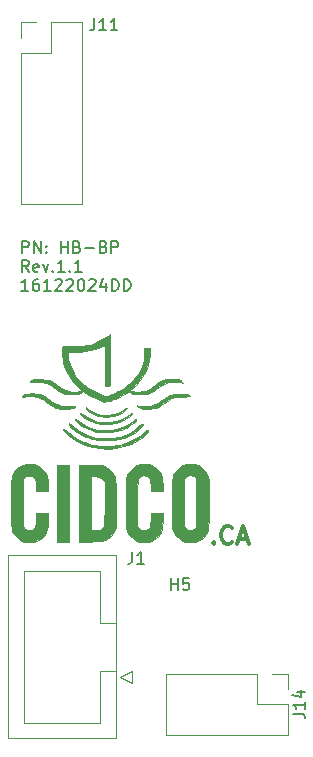
<source format=gbr>
%TF.GenerationSoftware,KiCad,Pcbnew,8.0.6*%
%TF.CreationDate,2025-02-12T13:49:43-05:00*%
%TF.ProjectId,PwrBypass,50777242-7970-4617-9373-2e6b69636164,rev?*%
%TF.SameCoordinates,Original*%
%TF.FileFunction,Legend,Top*%
%TF.FilePolarity,Positive*%
%FSLAX46Y46*%
G04 Gerber Fmt 4.6, Leading zero omitted, Abs format (unit mm)*
G04 Created by KiCad (PCBNEW 8.0.6) date 2025-02-12 13:49:43*
%MOMM*%
%LPD*%
G01*
G04 APERTURE LIST*
%ADD10C,0.150000*%
%ADD11C,0.300000*%
%ADD12C,0.010000*%
%ADD13C,0.120000*%
G04 APERTURE END LIST*
D10*
X102836779Y-61149931D02*
X102836779Y-60149931D01*
X102836779Y-60149931D02*
X103217731Y-60149931D01*
X103217731Y-60149931D02*
X103312969Y-60197550D01*
X103312969Y-60197550D02*
X103360588Y-60245169D01*
X103360588Y-60245169D02*
X103408207Y-60340407D01*
X103408207Y-60340407D02*
X103408207Y-60483264D01*
X103408207Y-60483264D02*
X103360588Y-60578502D01*
X103360588Y-60578502D02*
X103312969Y-60626121D01*
X103312969Y-60626121D02*
X103217731Y-60673740D01*
X103217731Y-60673740D02*
X102836779Y-60673740D01*
X103836779Y-61149931D02*
X103836779Y-60149931D01*
X103836779Y-60149931D02*
X104408207Y-61149931D01*
X104408207Y-61149931D02*
X104408207Y-60149931D01*
X104884398Y-61054692D02*
X104932017Y-61102312D01*
X104932017Y-61102312D02*
X104884398Y-61149931D01*
X104884398Y-61149931D02*
X104836779Y-61102312D01*
X104836779Y-61102312D02*
X104884398Y-61054692D01*
X104884398Y-61054692D02*
X104884398Y-61149931D01*
X104884398Y-60530883D02*
X104932017Y-60578502D01*
X104932017Y-60578502D02*
X104884398Y-60626121D01*
X104884398Y-60626121D02*
X104836779Y-60578502D01*
X104836779Y-60578502D02*
X104884398Y-60530883D01*
X104884398Y-60530883D02*
X104884398Y-60626121D01*
X106122493Y-61149931D02*
X106122493Y-60149931D01*
X106122493Y-60626121D02*
X106693921Y-60626121D01*
X106693921Y-61149931D02*
X106693921Y-60149931D01*
X107503445Y-60626121D02*
X107646302Y-60673740D01*
X107646302Y-60673740D02*
X107693921Y-60721359D01*
X107693921Y-60721359D02*
X107741540Y-60816597D01*
X107741540Y-60816597D02*
X107741540Y-60959454D01*
X107741540Y-60959454D02*
X107693921Y-61054692D01*
X107693921Y-61054692D02*
X107646302Y-61102312D01*
X107646302Y-61102312D02*
X107551064Y-61149931D01*
X107551064Y-61149931D02*
X107170112Y-61149931D01*
X107170112Y-61149931D02*
X107170112Y-60149931D01*
X107170112Y-60149931D02*
X107503445Y-60149931D01*
X107503445Y-60149931D02*
X107598683Y-60197550D01*
X107598683Y-60197550D02*
X107646302Y-60245169D01*
X107646302Y-60245169D02*
X107693921Y-60340407D01*
X107693921Y-60340407D02*
X107693921Y-60435645D01*
X107693921Y-60435645D02*
X107646302Y-60530883D01*
X107646302Y-60530883D02*
X107598683Y-60578502D01*
X107598683Y-60578502D02*
X107503445Y-60626121D01*
X107503445Y-60626121D02*
X107170112Y-60626121D01*
X108170112Y-60768978D02*
X108932017Y-60768978D01*
X109741540Y-60626121D02*
X109884397Y-60673740D01*
X109884397Y-60673740D02*
X109932016Y-60721359D01*
X109932016Y-60721359D02*
X109979635Y-60816597D01*
X109979635Y-60816597D02*
X109979635Y-60959454D01*
X109979635Y-60959454D02*
X109932016Y-61054692D01*
X109932016Y-61054692D02*
X109884397Y-61102312D01*
X109884397Y-61102312D02*
X109789159Y-61149931D01*
X109789159Y-61149931D02*
X109408207Y-61149931D01*
X109408207Y-61149931D02*
X109408207Y-60149931D01*
X109408207Y-60149931D02*
X109741540Y-60149931D01*
X109741540Y-60149931D02*
X109836778Y-60197550D01*
X109836778Y-60197550D02*
X109884397Y-60245169D01*
X109884397Y-60245169D02*
X109932016Y-60340407D01*
X109932016Y-60340407D02*
X109932016Y-60435645D01*
X109932016Y-60435645D02*
X109884397Y-60530883D01*
X109884397Y-60530883D02*
X109836778Y-60578502D01*
X109836778Y-60578502D02*
X109741540Y-60626121D01*
X109741540Y-60626121D02*
X109408207Y-60626121D01*
X110408207Y-61149931D02*
X110408207Y-60149931D01*
X110408207Y-60149931D02*
X110789159Y-60149931D01*
X110789159Y-60149931D02*
X110884397Y-60197550D01*
X110884397Y-60197550D02*
X110932016Y-60245169D01*
X110932016Y-60245169D02*
X110979635Y-60340407D01*
X110979635Y-60340407D02*
X110979635Y-60483264D01*
X110979635Y-60483264D02*
X110932016Y-60578502D01*
X110932016Y-60578502D02*
X110884397Y-60626121D01*
X110884397Y-60626121D02*
X110789159Y-60673740D01*
X110789159Y-60673740D02*
X110408207Y-60673740D01*
X103408207Y-62759875D02*
X103074874Y-62283684D01*
X102836779Y-62759875D02*
X102836779Y-61759875D01*
X102836779Y-61759875D02*
X103217731Y-61759875D01*
X103217731Y-61759875D02*
X103312969Y-61807494D01*
X103312969Y-61807494D02*
X103360588Y-61855113D01*
X103360588Y-61855113D02*
X103408207Y-61950351D01*
X103408207Y-61950351D02*
X103408207Y-62093208D01*
X103408207Y-62093208D02*
X103360588Y-62188446D01*
X103360588Y-62188446D02*
X103312969Y-62236065D01*
X103312969Y-62236065D02*
X103217731Y-62283684D01*
X103217731Y-62283684D02*
X102836779Y-62283684D01*
X104217731Y-62712256D02*
X104122493Y-62759875D01*
X104122493Y-62759875D02*
X103932017Y-62759875D01*
X103932017Y-62759875D02*
X103836779Y-62712256D01*
X103836779Y-62712256D02*
X103789160Y-62617017D01*
X103789160Y-62617017D02*
X103789160Y-62236065D01*
X103789160Y-62236065D02*
X103836779Y-62140827D01*
X103836779Y-62140827D02*
X103932017Y-62093208D01*
X103932017Y-62093208D02*
X104122493Y-62093208D01*
X104122493Y-62093208D02*
X104217731Y-62140827D01*
X104217731Y-62140827D02*
X104265350Y-62236065D01*
X104265350Y-62236065D02*
X104265350Y-62331303D01*
X104265350Y-62331303D02*
X103789160Y-62426541D01*
X104598684Y-62093208D02*
X104836779Y-62759875D01*
X104836779Y-62759875D02*
X105074874Y-62093208D01*
X105455827Y-62664636D02*
X105503446Y-62712256D01*
X105503446Y-62712256D02*
X105455827Y-62759875D01*
X105455827Y-62759875D02*
X105408208Y-62712256D01*
X105408208Y-62712256D02*
X105455827Y-62664636D01*
X105455827Y-62664636D02*
X105455827Y-62759875D01*
X106455826Y-62759875D02*
X105884398Y-62759875D01*
X106170112Y-62759875D02*
X106170112Y-61759875D01*
X106170112Y-61759875D02*
X106074874Y-61902732D01*
X106074874Y-61902732D02*
X105979636Y-61997970D01*
X105979636Y-61997970D02*
X105884398Y-62045589D01*
X106884398Y-62664636D02*
X106932017Y-62712256D01*
X106932017Y-62712256D02*
X106884398Y-62759875D01*
X106884398Y-62759875D02*
X106836779Y-62712256D01*
X106836779Y-62712256D02*
X106884398Y-62664636D01*
X106884398Y-62664636D02*
X106884398Y-62759875D01*
X107884397Y-62759875D02*
X107312969Y-62759875D01*
X107598683Y-62759875D02*
X107598683Y-61759875D01*
X107598683Y-61759875D02*
X107503445Y-61902732D01*
X107503445Y-61902732D02*
X107408207Y-61997970D01*
X107408207Y-61997970D02*
X107312969Y-62045589D01*
X103360588Y-64369819D02*
X102789160Y-64369819D01*
X103074874Y-64369819D02*
X103074874Y-63369819D01*
X103074874Y-63369819D02*
X102979636Y-63512676D01*
X102979636Y-63512676D02*
X102884398Y-63607914D01*
X102884398Y-63607914D02*
X102789160Y-63655533D01*
X104217731Y-63369819D02*
X104027255Y-63369819D01*
X104027255Y-63369819D02*
X103932017Y-63417438D01*
X103932017Y-63417438D02*
X103884398Y-63465057D01*
X103884398Y-63465057D02*
X103789160Y-63607914D01*
X103789160Y-63607914D02*
X103741541Y-63798390D01*
X103741541Y-63798390D02*
X103741541Y-64179342D01*
X103741541Y-64179342D02*
X103789160Y-64274580D01*
X103789160Y-64274580D02*
X103836779Y-64322200D01*
X103836779Y-64322200D02*
X103932017Y-64369819D01*
X103932017Y-64369819D02*
X104122493Y-64369819D01*
X104122493Y-64369819D02*
X104217731Y-64322200D01*
X104217731Y-64322200D02*
X104265350Y-64274580D01*
X104265350Y-64274580D02*
X104312969Y-64179342D01*
X104312969Y-64179342D02*
X104312969Y-63941247D01*
X104312969Y-63941247D02*
X104265350Y-63846009D01*
X104265350Y-63846009D02*
X104217731Y-63798390D01*
X104217731Y-63798390D02*
X104122493Y-63750771D01*
X104122493Y-63750771D02*
X103932017Y-63750771D01*
X103932017Y-63750771D02*
X103836779Y-63798390D01*
X103836779Y-63798390D02*
X103789160Y-63846009D01*
X103789160Y-63846009D02*
X103741541Y-63941247D01*
X105265350Y-64369819D02*
X104693922Y-64369819D01*
X104979636Y-64369819D02*
X104979636Y-63369819D01*
X104979636Y-63369819D02*
X104884398Y-63512676D01*
X104884398Y-63512676D02*
X104789160Y-63607914D01*
X104789160Y-63607914D02*
X104693922Y-63655533D01*
X105646303Y-63465057D02*
X105693922Y-63417438D01*
X105693922Y-63417438D02*
X105789160Y-63369819D01*
X105789160Y-63369819D02*
X106027255Y-63369819D01*
X106027255Y-63369819D02*
X106122493Y-63417438D01*
X106122493Y-63417438D02*
X106170112Y-63465057D01*
X106170112Y-63465057D02*
X106217731Y-63560295D01*
X106217731Y-63560295D02*
X106217731Y-63655533D01*
X106217731Y-63655533D02*
X106170112Y-63798390D01*
X106170112Y-63798390D02*
X105598684Y-64369819D01*
X105598684Y-64369819D02*
X106217731Y-64369819D01*
X106598684Y-63465057D02*
X106646303Y-63417438D01*
X106646303Y-63417438D02*
X106741541Y-63369819D01*
X106741541Y-63369819D02*
X106979636Y-63369819D01*
X106979636Y-63369819D02*
X107074874Y-63417438D01*
X107074874Y-63417438D02*
X107122493Y-63465057D01*
X107122493Y-63465057D02*
X107170112Y-63560295D01*
X107170112Y-63560295D02*
X107170112Y-63655533D01*
X107170112Y-63655533D02*
X107122493Y-63798390D01*
X107122493Y-63798390D02*
X106551065Y-64369819D01*
X106551065Y-64369819D02*
X107170112Y-64369819D01*
X107789160Y-63369819D02*
X107884398Y-63369819D01*
X107884398Y-63369819D02*
X107979636Y-63417438D01*
X107979636Y-63417438D02*
X108027255Y-63465057D01*
X108027255Y-63465057D02*
X108074874Y-63560295D01*
X108074874Y-63560295D02*
X108122493Y-63750771D01*
X108122493Y-63750771D02*
X108122493Y-63988866D01*
X108122493Y-63988866D02*
X108074874Y-64179342D01*
X108074874Y-64179342D02*
X108027255Y-64274580D01*
X108027255Y-64274580D02*
X107979636Y-64322200D01*
X107979636Y-64322200D02*
X107884398Y-64369819D01*
X107884398Y-64369819D02*
X107789160Y-64369819D01*
X107789160Y-64369819D02*
X107693922Y-64322200D01*
X107693922Y-64322200D02*
X107646303Y-64274580D01*
X107646303Y-64274580D02*
X107598684Y-64179342D01*
X107598684Y-64179342D02*
X107551065Y-63988866D01*
X107551065Y-63988866D02*
X107551065Y-63750771D01*
X107551065Y-63750771D02*
X107598684Y-63560295D01*
X107598684Y-63560295D02*
X107646303Y-63465057D01*
X107646303Y-63465057D02*
X107693922Y-63417438D01*
X107693922Y-63417438D02*
X107789160Y-63369819D01*
X108503446Y-63465057D02*
X108551065Y-63417438D01*
X108551065Y-63417438D02*
X108646303Y-63369819D01*
X108646303Y-63369819D02*
X108884398Y-63369819D01*
X108884398Y-63369819D02*
X108979636Y-63417438D01*
X108979636Y-63417438D02*
X109027255Y-63465057D01*
X109027255Y-63465057D02*
X109074874Y-63560295D01*
X109074874Y-63560295D02*
X109074874Y-63655533D01*
X109074874Y-63655533D02*
X109027255Y-63798390D01*
X109027255Y-63798390D02*
X108455827Y-64369819D01*
X108455827Y-64369819D02*
X109074874Y-64369819D01*
X109932017Y-63703152D02*
X109932017Y-64369819D01*
X109693922Y-63322200D02*
X109455827Y-64036485D01*
X109455827Y-64036485D02*
X110074874Y-64036485D01*
X110455827Y-64369819D02*
X110455827Y-63369819D01*
X110455827Y-63369819D02*
X110693922Y-63369819D01*
X110693922Y-63369819D02*
X110836779Y-63417438D01*
X110836779Y-63417438D02*
X110932017Y-63512676D01*
X110932017Y-63512676D02*
X110979636Y-63607914D01*
X110979636Y-63607914D02*
X111027255Y-63798390D01*
X111027255Y-63798390D02*
X111027255Y-63941247D01*
X111027255Y-63941247D02*
X110979636Y-64131723D01*
X110979636Y-64131723D02*
X110932017Y-64226961D01*
X110932017Y-64226961D02*
X110836779Y-64322200D01*
X110836779Y-64322200D02*
X110693922Y-64369819D01*
X110693922Y-64369819D02*
X110455827Y-64369819D01*
X111455827Y-64369819D02*
X111455827Y-63369819D01*
X111455827Y-63369819D02*
X111693922Y-63369819D01*
X111693922Y-63369819D02*
X111836779Y-63417438D01*
X111836779Y-63417438D02*
X111932017Y-63512676D01*
X111932017Y-63512676D02*
X111979636Y-63607914D01*
X111979636Y-63607914D02*
X112027255Y-63798390D01*
X112027255Y-63798390D02*
X112027255Y-63941247D01*
X112027255Y-63941247D02*
X111979636Y-64131723D01*
X111979636Y-64131723D02*
X111932017Y-64226961D01*
X111932017Y-64226961D02*
X111836779Y-64322200D01*
X111836779Y-64322200D02*
X111693922Y-64369819D01*
X111693922Y-64369819D02*
X111455827Y-64369819D01*
D11*
X119054510Y-85657971D02*
X119125939Y-85729400D01*
X119125939Y-85729400D02*
X119054510Y-85800828D01*
X119054510Y-85800828D02*
X118983082Y-85729400D01*
X118983082Y-85729400D02*
X119054510Y-85657971D01*
X119054510Y-85657971D02*
X119054510Y-85800828D01*
X120625939Y-85657971D02*
X120554511Y-85729400D01*
X120554511Y-85729400D02*
X120340225Y-85800828D01*
X120340225Y-85800828D02*
X120197368Y-85800828D01*
X120197368Y-85800828D02*
X119983082Y-85729400D01*
X119983082Y-85729400D02*
X119840225Y-85586542D01*
X119840225Y-85586542D02*
X119768796Y-85443685D01*
X119768796Y-85443685D02*
X119697368Y-85157971D01*
X119697368Y-85157971D02*
X119697368Y-84943685D01*
X119697368Y-84943685D02*
X119768796Y-84657971D01*
X119768796Y-84657971D02*
X119840225Y-84515114D01*
X119840225Y-84515114D02*
X119983082Y-84372257D01*
X119983082Y-84372257D02*
X120197368Y-84300828D01*
X120197368Y-84300828D02*
X120340225Y-84300828D01*
X120340225Y-84300828D02*
X120554511Y-84372257D01*
X120554511Y-84372257D02*
X120625939Y-84443685D01*
X121197368Y-85372257D02*
X121911654Y-85372257D01*
X121054511Y-85800828D02*
X121554511Y-84300828D01*
X121554511Y-84300828D02*
X122054511Y-85800828D01*
D10*
X125784819Y-100179523D02*
X126499104Y-100179523D01*
X126499104Y-100179523D02*
X126641961Y-100227142D01*
X126641961Y-100227142D02*
X126737200Y-100322380D01*
X126737200Y-100322380D02*
X126784819Y-100465237D01*
X126784819Y-100465237D02*
X126784819Y-100560475D01*
X126784819Y-99179523D02*
X126784819Y-99750951D01*
X126784819Y-99465237D02*
X125784819Y-99465237D01*
X125784819Y-99465237D02*
X125927676Y-99560475D01*
X125927676Y-99560475D02*
X126022914Y-99655713D01*
X126022914Y-99655713D02*
X126070533Y-99750951D01*
X126118152Y-98322380D02*
X126784819Y-98322380D01*
X125737200Y-98560475D02*
X126451485Y-98798570D01*
X126451485Y-98798570D02*
X126451485Y-98179523D01*
X108965476Y-41304819D02*
X108965476Y-42019104D01*
X108965476Y-42019104D02*
X108917857Y-42161961D01*
X108917857Y-42161961D02*
X108822619Y-42257200D01*
X108822619Y-42257200D02*
X108679762Y-42304819D01*
X108679762Y-42304819D02*
X108584524Y-42304819D01*
X109965476Y-42304819D02*
X109394048Y-42304819D01*
X109679762Y-42304819D02*
X109679762Y-41304819D01*
X109679762Y-41304819D02*
X109584524Y-41447676D01*
X109584524Y-41447676D02*
X109489286Y-41542914D01*
X109489286Y-41542914D02*
X109394048Y-41590533D01*
X110917857Y-42304819D02*
X110346429Y-42304819D01*
X110632143Y-42304819D02*
X110632143Y-41304819D01*
X110632143Y-41304819D02*
X110536905Y-41447676D01*
X110536905Y-41447676D02*
X110441667Y-41542914D01*
X110441667Y-41542914D02*
X110346429Y-41590533D01*
X115438095Y-89684819D02*
X115438095Y-88684819D01*
X115438095Y-89161009D02*
X116009523Y-89161009D01*
X116009523Y-89684819D02*
X116009523Y-88684819D01*
X116961904Y-88684819D02*
X116485714Y-88684819D01*
X116485714Y-88684819D02*
X116438095Y-89161009D01*
X116438095Y-89161009D02*
X116485714Y-89113390D01*
X116485714Y-89113390D02*
X116580952Y-89065771D01*
X116580952Y-89065771D02*
X116819047Y-89065771D01*
X116819047Y-89065771D02*
X116914285Y-89113390D01*
X116914285Y-89113390D02*
X116961904Y-89161009D01*
X116961904Y-89161009D02*
X117009523Y-89256247D01*
X117009523Y-89256247D02*
X117009523Y-89494342D01*
X117009523Y-89494342D02*
X116961904Y-89589580D01*
X116961904Y-89589580D02*
X116914285Y-89637200D01*
X116914285Y-89637200D02*
X116819047Y-89684819D01*
X116819047Y-89684819D02*
X116580952Y-89684819D01*
X116580952Y-89684819D02*
X116485714Y-89637200D01*
X116485714Y-89637200D02*
X116438095Y-89589580D01*
X112166666Y-86454819D02*
X112166666Y-87169104D01*
X112166666Y-87169104D02*
X112119047Y-87311961D01*
X112119047Y-87311961D02*
X112023809Y-87407200D01*
X112023809Y-87407200D02*
X111880952Y-87454819D01*
X111880952Y-87454819D02*
X111785714Y-87454819D01*
X113166666Y-87454819D02*
X112595238Y-87454819D01*
X112880952Y-87454819D02*
X112880952Y-86454819D01*
X112880952Y-86454819D02*
X112785714Y-86597676D01*
X112785714Y-86597676D02*
X112690476Y-86692914D01*
X112690476Y-86692914D02*
X112595238Y-86740533D01*
D12*
%TO.C,logo1*%
X106842400Y-85593200D02*
X105826400Y-85593200D01*
X105826400Y-79090800D01*
X106842400Y-79090800D01*
X106842400Y-85593200D01*
G36*
X106842400Y-85593200D02*
G01*
X105826400Y-85593200D01*
X105826400Y-79090800D01*
X106842400Y-79090800D01*
X106842400Y-85593200D01*
G37*
X107910234Y-74756364D02*
X107979798Y-74811867D01*
X108368862Y-75088741D01*
X108815716Y-75296353D01*
X109302257Y-75432986D01*
X109810380Y-75496927D01*
X110321983Y-75486458D01*
X110818962Y-75399866D01*
X111283212Y-75235435D01*
X111465200Y-75142116D01*
X111649694Y-75026757D01*
X111842833Y-74890395D01*
X111906314Y-74841149D01*
X112054696Y-74739280D01*
X112142620Y-74711492D01*
X112165176Y-74746799D01*
X112117456Y-74834213D01*
X111994553Y-74962747D01*
X111970197Y-74984147D01*
X111601817Y-75240274D01*
X111166550Y-75440155D01*
X110685582Y-75578197D01*
X110180099Y-75648811D01*
X109671284Y-75646406D01*
X109520733Y-75630555D01*
X109115833Y-75549700D01*
X108715570Y-75418473D01*
X108345528Y-75248243D01*
X108031294Y-75050378D01*
X107841534Y-74884327D01*
X107754410Y-74769706D01*
X107745756Y-74705489D01*
X107802166Y-74698700D01*
X107910234Y-74756364D01*
G36*
X107910234Y-74756364D02*
G01*
X107979798Y-74811867D01*
X108368862Y-75088741D01*
X108815716Y-75296353D01*
X109302257Y-75432986D01*
X109810380Y-75496927D01*
X110321983Y-75486458D01*
X110818962Y-75399866D01*
X111283212Y-75235435D01*
X111465200Y-75142116D01*
X111649694Y-75026757D01*
X111842833Y-74890395D01*
X111906314Y-74841149D01*
X112054696Y-74739280D01*
X112142620Y-74711492D01*
X112165176Y-74746799D01*
X112117456Y-74834213D01*
X111994553Y-74962747D01*
X111970197Y-74984147D01*
X111601817Y-75240274D01*
X111166550Y-75440155D01*
X110685582Y-75578197D01*
X110180099Y-75648811D01*
X109671284Y-75646406D01*
X109520733Y-75630555D01*
X109115833Y-75549700D01*
X108715570Y-75418473D01*
X108345528Y-75248243D01*
X108031294Y-75050378D01*
X107841534Y-74884327D01*
X107754410Y-74769706D01*
X107745756Y-74705489D01*
X107802166Y-74698700D01*
X107910234Y-74756364D01*
G37*
X108336006Y-74264050D02*
X108455319Y-74347829D01*
X108810449Y-74595131D01*
X109162669Y-74763675D01*
X109547749Y-74868648D01*
X109759065Y-74901456D01*
X110132585Y-74904862D01*
X110532269Y-74833941D01*
X110926854Y-74698177D01*
X111285076Y-74507055D01*
X111445565Y-74389794D01*
X111574396Y-74297024D01*
X111664947Y-74256809D01*
X111693412Y-74264173D01*
X111709236Y-74314412D01*
X111683447Y-74369792D01*
X111603001Y-74443997D01*
X111454851Y-74550711D01*
X111357834Y-74616180D01*
X110931789Y-74846018D01*
X110480884Y-74980042D01*
X109992778Y-75021869D01*
X109973948Y-75021697D01*
X109749497Y-75013517D01*
X109538517Y-74996628D01*
X109382198Y-74974461D01*
X109367082Y-74971147D01*
X109057278Y-74866377D01*
X108737724Y-74705061D01*
X108458061Y-74513085D01*
X108409589Y-74471783D01*
X108283701Y-74344148D01*
X108231922Y-74260348D01*
X108250581Y-74230332D01*
X108336006Y-74264050D01*
G36*
X108336006Y-74264050D02*
G01*
X108455319Y-74347829D01*
X108810449Y-74595131D01*
X109162669Y-74763675D01*
X109547749Y-74868648D01*
X109759065Y-74901456D01*
X110132585Y-74904862D01*
X110532269Y-74833941D01*
X110926854Y-74698177D01*
X111285076Y-74507055D01*
X111445565Y-74389794D01*
X111574396Y-74297024D01*
X111664947Y-74256809D01*
X111693412Y-74264173D01*
X111709236Y-74314412D01*
X111683447Y-74369792D01*
X111603001Y-74443997D01*
X111454851Y-74550711D01*
X111357834Y-74616180D01*
X110931789Y-74846018D01*
X110480884Y-74980042D01*
X109992778Y-75021869D01*
X109973948Y-75021697D01*
X109749497Y-75013517D01*
X109538517Y-74996628D01*
X109382198Y-74974461D01*
X109367082Y-74971147D01*
X109057278Y-74866377D01*
X108737724Y-74705061D01*
X108458061Y-74513085D01*
X108409589Y-74471783D01*
X108283701Y-74344148D01*
X108231922Y-74260348D01*
X108250581Y-74230332D01*
X108336006Y-74264050D01*
G37*
X107422338Y-75211758D02*
X107534364Y-75296920D01*
X107663301Y-75410462D01*
X107909452Y-75600625D01*
X108224263Y-75784579D01*
X108575249Y-75946534D01*
X108929925Y-76070699D01*
X109119021Y-76118042D01*
X109563002Y-76179092D01*
X110038547Y-76190930D01*
X110501775Y-76154186D01*
X110821066Y-76093536D01*
X111170861Y-75981601D01*
X111530527Y-75825258D01*
X111866810Y-75641389D01*
X112146455Y-75446872D01*
X112220920Y-75382967D01*
X112375331Y-75249883D01*
X112472310Y-75189386D01*
X112521210Y-75197499D01*
X112532000Y-75250692D01*
X112490699Y-75336893D01*
X112379057Y-75457670D01*
X112215461Y-75598107D01*
X112018300Y-75743286D01*
X111805960Y-75878290D01*
X111660861Y-75957386D01*
X111213353Y-76149236D01*
X110758633Y-76272770D01*
X110266512Y-76334611D01*
X109894973Y-76344802D01*
X109481597Y-76330288D01*
X109139824Y-76289202D01*
X108932393Y-76244099D01*
X108514597Y-76107668D01*
X108115375Y-75926963D01*
X107765245Y-75717268D01*
X107560848Y-75557069D01*
X107404581Y-75401780D01*
X107316658Y-75281320D01*
X107301704Y-75204299D01*
X107357831Y-75179200D01*
X107422338Y-75211758D01*
G36*
X107422338Y-75211758D02*
G01*
X107534364Y-75296920D01*
X107663301Y-75410462D01*
X107909452Y-75600625D01*
X108224263Y-75784579D01*
X108575249Y-75946534D01*
X108929925Y-76070699D01*
X109119021Y-76118042D01*
X109563002Y-76179092D01*
X110038547Y-76190930D01*
X110501775Y-76154186D01*
X110821066Y-76093536D01*
X111170861Y-75981601D01*
X111530527Y-75825258D01*
X111866810Y-75641389D01*
X112146455Y-75446872D01*
X112220920Y-75382967D01*
X112375331Y-75249883D01*
X112472310Y-75189386D01*
X112521210Y-75197499D01*
X112532000Y-75250692D01*
X112490699Y-75336893D01*
X112379057Y-75457670D01*
X112215461Y-75598107D01*
X112018300Y-75743286D01*
X111805960Y-75878290D01*
X111660861Y-75957386D01*
X111213353Y-76149236D01*
X110758633Y-76272770D01*
X110266512Y-76334611D01*
X109894973Y-76344802D01*
X109481597Y-76330288D01*
X109139824Y-76289202D01*
X108932393Y-76244099D01*
X108514597Y-76107668D01*
X108115375Y-75926963D01*
X107765245Y-75717268D01*
X107560848Y-75557069D01*
X107404581Y-75401780D01*
X107316658Y-75281320D01*
X107301704Y-75204299D01*
X107357831Y-75179200D01*
X107422338Y-75211758D01*
G37*
X103991566Y-73073776D02*
X104311769Y-73132190D01*
X104610937Y-73223551D01*
X104866603Y-73345540D01*
X104981851Y-73425919D01*
X105288833Y-73669695D01*
X105542665Y-73851587D01*
X105763281Y-73980287D01*
X105970617Y-74064490D01*
X106184607Y-74112888D01*
X106425184Y-74134175D01*
X106613800Y-74137600D01*
X106837003Y-74133394D01*
X107036408Y-74122005D01*
X107179136Y-74105576D01*
X107210700Y-74098732D01*
X107319208Y-74085458D01*
X107346330Y-74120646D01*
X107291876Y-74191687D01*
X107212982Y-74250897D01*
X107074232Y-74303727D01*
X106862151Y-74339936D01*
X106603710Y-74359098D01*
X106325879Y-74360784D01*
X106055630Y-74344568D01*
X105819932Y-74310022D01*
X105690788Y-74275007D01*
X105509657Y-74192312D01*
X105301724Y-74070838D01*
X105138372Y-73956490D01*
X104904897Y-73776999D01*
X104728990Y-73648381D01*
X104589189Y-73557663D01*
X104464029Y-73491872D01*
X104332045Y-73438034D01*
X104211666Y-73396363D01*
X104035549Y-73344596D01*
X103868004Y-73314569D01*
X103675066Y-73302794D01*
X103422770Y-73305778D01*
X103353474Y-73308159D01*
X102819710Y-73327917D01*
X102949797Y-73216021D01*
X103129446Y-73119433D01*
X103377936Y-73065077D01*
X103672799Y-73050631D01*
X103991566Y-73073776D01*
G36*
X103991566Y-73073776D02*
G01*
X104311769Y-73132190D01*
X104610937Y-73223551D01*
X104866603Y-73345540D01*
X104981851Y-73425919D01*
X105288833Y-73669695D01*
X105542665Y-73851587D01*
X105763281Y-73980287D01*
X105970617Y-74064490D01*
X106184607Y-74112888D01*
X106425184Y-74134175D01*
X106613800Y-74137600D01*
X106837003Y-74133394D01*
X107036408Y-74122005D01*
X107179136Y-74105576D01*
X107210700Y-74098732D01*
X107319208Y-74085458D01*
X107346330Y-74120646D01*
X107291876Y-74191687D01*
X107212982Y-74250897D01*
X107074232Y-74303727D01*
X106862151Y-74339936D01*
X106603710Y-74359098D01*
X106325879Y-74360784D01*
X106055630Y-74344568D01*
X105819932Y-74310022D01*
X105690788Y-74275007D01*
X105509657Y-74192312D01*
X105301724Y-74070838D01*
X105138372Y-73956490D01*
X104904897Y-73776999D01*
X104728990Y-73648381D01*
X104589189Y-73557663D01*
X104464029Y-73491872D01*
X104332045Y-73438034D01*
X104211666Y-73396363D01*
X104035549Y-73344596D01*
X103868004Y-73314569D01*
X103675066Y-73302794D01*
X103422770Y-73305778D01*
X103353474Y-73308159D01*
X102819710Y-73327917D01*
X102949797Y-73216021D01*
X103129446Y-73119433D01*
X103377936Y-73065077D01*
X103672799Y-73050631D01*
X103991566Y-73073776D01*
G37*
X116492108Y-73076541D02*
X116715430Y-73101629D01*
X116868557Y-73145644D01*
X116871648Y-73147200D01*
X116984935Y-73212980D01*
X117026114Y-73260976D01*
X116989021Y-73293672D01*
X116867493Y-73313556D01*
X116655368Y-73323113D01*
X116430846Y-73325000D01*
X116164540Y-73326436D01*
X115973179Y-73333710D01*
X115830114Y-73351270D01*
X115708699Y-73383563D01*
X115582288Y-73435038D01*
X115478400Y-73483977D01*
X115256731Y-73607674D01*
X115022649Y-73764321D01*
X114868919Y-73884875D01*
X114639972Y-74068593D01*
X114430733Y-74196194D01*
X114212205Y-74278037D01*
X113955393Y-74324478D01*
X113631301Y-74345872D01*
X113573400Y-74347607D01*
X113328145Y-74349425D01*
X113105481Y-74342634D01*
X112934262Y-74328573D01*
X112858068Y-74314404D01*
X112712216Y-74243834D01*
X112604068Y-74155992D01*
X112539780Y-74078883D01*
X112549719Y-74060095D01*
X112633600Y-74079921D01*
X112929619Y-74132430D01*
X113269116Y-74150300D01*
X113599480Y-74131893D01*
X113718941Y-74113694D01*
X113919301Y-74064431D01*
X114114139Y-73988638D01*
X114323233Y-73875592D01*
X114566361Y-73714573D01*
X114863301Y-73494861D01*
X114869969Y-73489760D01*
X115085562Y-73344653D01*
X115313630Y-73222844D01*
X115471749Y-73160141D01*
X115688412Y-73112180D01*
X115949855Y-73082082D01*
X116227335Y-73070114D01*
X116492108Y-73076541D01*
G36*
X116492108Y-73076541D02*
G01*
X116715430Y-73101629D01*
X116868557Y-73145644D01*
X116871648Y-73147200D01*
X116984935Y-73212980D01*
X117026114Y-73260976D01*
X116989021Y-73293672D01*
X116867493Y-73313556D01*
X116655368Y-73323113D01*
X116430846Y-73325000D01*
X116164540Y-73326436D01*
X115973179Y-73333710D01*
X115830114Y-73351270D01*
X115708699Y-73383563D01*
X115582288Y-73435038D01*
X115478400Y-73483977D01*
X115256731Y-73607674D01*
X115022649Y-73764321D01*
X114868919Y-73884875D01*
X114639972Y-74068593D01*
X114430733Y-74196194D01*
X114212205Y-74278037D01*
X113955393Y-74324478D01*
X113631301Y-74345872D01*
X113573400Y-74347607D01*
X113328145Y-74349425D01*
X113105481Y-74342634D01*
X112934262Y-74328573D01*
X112858068Y-74314404D01*
X112712216Y-74243834D01*
X112604068Y-74155992D01*
X112539780Y-74078883D01*
X112549719Y-74060095D01*
X112633600Y-74079921D01*
X112929619Y-74132430D01*
X113269116Y-74150300D01*
X113599480Y-74131893D01*
X113718941Y-74113694D01*
X113919301Y-74064431D01*
X114114139Y-73988638D01*
X114323233Y-73875592D01*
X114566361Y-73714573D01*
X114863301Y-73494861D01*
X114869969Y-73489760D01*
X115085562Y-73344653D01*
X115313630Y-73222844D01*
X115471749Y-73160141D01*
X115688412Y-73112180D01*
X115949855Y-73082082D01*
X116227335Y-73070114D01*
X116492108Y-73076541D01*
G37*
X106428548Y-76054801D02*
X106516832Y-76114664D01*
X106652482Y-76231542D01*
X106765502Y-76335345D01*
X107149955Y-76659658D01*
X107539507Y-76915117D01*
X107975067Y-77127949D01*
X108051137Y-77159545D01*
X108395251Y-77287467D01*
X108721628Y-77379531D01*
X109057709Y-77440294D01*
X109430934Y-77474312D01*
X109868743Y-77486141D01*
X110017400Y-77486040D01*
X110348478Y-77482107D01*
X110604793Y-77472675D01*
X110813145Y-77454949D01*
X111000336Y-77426133D01*
X111193166Y-77383431D01*
X111323466Y-77349782D01*
X111849212Y-77174218D01*
X112347456Y-76940090D01*
X112792617Y-76660951D01*
X113098722Y-76409274D01*
X113292186Y-76238138D01*
X113428205Y-76145514D01*
X113511365Y-76129450D01*
X113546255Y-76187995D01*
X113548000Y-76218126D01*
X113509397Y-76293375D01*
X113405545Y-76411124D01*
X113254375Y-76555534D01*
X113073817Y-76710768D01*
X112881803Y-76860985D01*
X112696265Y-76990348D01*
X112621643Y-77036378D01*
X112055472Y-77314206D01*
X111432898Y-77523191D01*
X110775156Y-77660023D01*
X110103483Y-77721394D01*
X109439114Y-77703994D01*
X108874400Y-77620265D01*
X108207316Y-77435614D01*
X107601635Y-77179579D01*
X107063916Y-76855459D01*
X106622106Y-76487579D01*
X106458577Y-76323903D01*
X106360835Y-76212616D01*
X106318585Y-76138768D01*
X106321533Y-76087413D01*
X106333797Y-76068925D01*
X106372559Y-76042655D01*
X106428548Y-76054801D01*
G36*
X106428548Y-76054801D02*
G01*
X106516832Y-76114664D01*
X106652482Y-76231542D01*
X106765502Y-76335345D01*
X107149955Y-76659658D01*
X107539507Y-76915117D01*
X107975067Y-77127949D01*
X108051137Y-77159545D01*
X108395251Y-77287467D01*
X108721628Y-77379531D01*
X109057709Y-77440294D01*
X109430934Y-77474312D01*
X109868743Y-77486141D01*
X110017400Y-77486040D01*
X110348478Y-77482107D01*
X110604793Y-77472675D01*
X110813145Y-77454949D01*
X111000336Y-77426133D01*
X111193166Y-77383431D01*
X111323466Y-77349782D01*
X111849212Y-77174218D01*
X112347456Y-76940090D01*
X112792617Y-76660951D01*
X113098722Y-76409274D01*
X113292186Y-76238138D01*
X113428205Y-76145514D01*
X113511365Y-76129450D01*
X113546255Y-76187995D01*
X113548000Y-76218126D01*
X113509397Y-76293375D01*
X113405545Y-76411124D01*
X113254375Y-76555534D01*
X113073817Y-76710768D01*
X112881803Y-76860985D01*
X112696265Y-76990348D01*
X112621643Y-77036378D01*
X112055472Y-77314206D01*
X111432898Y-77523191D01*
X110775156Y-77660023D01*
X110103483Y-77721394D01*
X109439114Y-77703994D01*
X108874400Y-77620265D01*
X108207316Y-77435614D01*
X107601635Y-77179579D01*
X107063916Y-76855459D01*
X106622106Y-76487579D01*
X106458577Y-76323903D01*
X106360835Y-76212616D01*
X106318585Y-76138768D01*
X106321533Y-76087413D01*
X106333797Y-76068925D01*
X106372559Y-76042655D01*
X106428548Y-76054801D01*
G37*
X106876294Y-75602820D02*
X106992067Y-75680024D01*
X107165594Y-75829463D01*
X107230976Y-75889923D01*
X107582834Y-76169585D01*
X108004425Y-76410366D01*
X108024849Y-76420282D01*
X108335560Y-76564065D01*
X108603518Y-76670210D01*
X108854771Y-76744094D01*
X109115368Y-76791090D01*
X109411357Y-76816574D01*
X109768785Y-76825919D01*
X109992000Y-76826167D01*
X110307351Y-76823929D01*
X110544579Y-76818292D01*
X110727159Y-76806296D01*
X110878564Y-76784982D01*
X111022271Y-76751391D01*
X111181755Y-76702563D01*
X111307870Y-76660276D01*
X111820268Y-76453017D01*
X112261137Y-76199765D01*
X112655614Y-75885796D01*
X112698342Y-75845890D01*
X112861133Y-75700167D01*
X112969580Y-75625478D01*
X113034529Y-75614932D01*
X113047779Y-75623859D01*
X113060354Y-75701682D01*
X112996725Y-75818155D01*
X112869296Y-75962220D01*
X112690474Y-76122821D01*
X112472665Y-76288902D01*
X112228275Y-76449404D01*
X111969709Y-76593273D01*
X111947800Y-76604219D01*
X111513271Y-76792918D01*
X111079900Y-76922628D01*
X110615626Y-77000794D01*
X110093600Y-77034723D01*
X109838059Y-77039275D01*
X109609569Y-77039475D01*
X109432818Y-77035555D01*
X109332495Y-77027747D01*
X109331600Y-77027583D01*
X108805489Y-76914008D01*
X108359692Y-76782256D01*
X107973487Y-76624840D01*
X107626153Y-76434273D01*
X107545431Y-76382213D01*
X107368907Y-76253493D01*
X107188729Y-76102976D01*
X107023139Y-75948361D01*
X106890377Y-75807349D01*
X106808683Y-75697638D01*
X106791600Y-75650741D01*
X106811673Y-75594257D01*
X106876294Y-75602820D01*
G36*
X106876294Y-75602820D02*
G01*
X106992067Y-75680024D01*
X107165594Y-75829463D01*
X107230976Y-75889923D01*
X107582834Y-76169585D01*
X108004425Y-76410366D01*
X108024849Y-76420282D01*
X108335560Y-76564065D01*
X108603518Y-76670210D01*
X108854771Y-76744094D01*
X109115368Y-76791090D01*
X109411357Y-76816574D01*
X109768785Y-76825919D01*
X109992000Y-76826167D01*
X110307351Y-76823929D01*
X110544579Y-76818292D01*
X110727159Y-76806296D01*
X110878564Y-76784982D01*
X111022271Y-76751391D01*
X111181755Y-76702563D01*
X111307870Y-76660276D01*
X111820268Y-76453017D01*
X112261137Y-76199765D01*
X112655614Y-75885796D01*
X112698342Y-75845890D01*
X112861133Y-75700167D01*
X112969580Y-75625478D01*
X113034529Y-75614932D01*
X113047779Y-75623859D01*
X113060354Y-75701682D01*
X112996725Y-75818155D01*
X112869296Y-75962220D01*
X112690474Y-76122821D01*
X112472665Y-76288902D01*
X112228275Y-76449404D01*
X111969709Y-76593273D01*
X111947800Y-76604219D01*
X111513271Y-76792918D01*
X111079900Y-76922628D01*
X110615626Y-77000794D01*
X110093600Y-77034723D01*
X109838059Y-77039275D01*
X109609569Y-77039475D01*
X109432818Y-77035555D01*
X109332495Y-77027747D01*
X109331600Y-77027583D01*
X108805489Y-76914008D01*
X108359692Y-76782256D01*
X107973487Y-76624840D01*
X107626153Y-76434273D01*
X107545431Y-76382213D01*
X107368907Y-76253493D01*
X107188729Y-76102976D01*
X107023139Y-75948361D01*
X106890377Y-75807349D01*
X106808683Y-75697638D01*
X106791600Y-75650741D01*
X106811673Y-75594257D01*
X106876294Y-75602820D01*
G37*
X109954415Y-79254342D02*
X110237315Y-79448152D01*
X110481351Y-79697519D01*
X110661009Y-79974175D01*
X110711721Y-80093374D01*
X110729717Y-80168032D01*
X110744485Y-80286284D01*
X110756277Y-80456491D01*
X110765345Y-80687012D01*
X110771938Y-80986205D01*
X110776311Y-81362429D01*
X110778713Y-81824045D01*
X110779400Y-82342000D01*
X110779400Y-84399400D01*
X110639081Y-84685126D01*
X110519982Y-84881955D01*
X110362182Y-85085658D01*
X110251653Y-85201996D01*
X110103755Y-85328706D01*
X109954890Y-85425331D01*
X109788509Y-85495756D01*
X109588064Y-85543868D01*
X109337009Y-85573553D01*
X109018794Y-85588696D01*
X108616872Y-85593184D01*
X108585779Y-85593200D01*
X107706000Y-85593200D01*
X107706000Y-83192699D01*
X108680258Y-83192699D01*
X108680603Y-83587277D01*
X108682123Y-83930081D01*
X108684755Y-84210366D01*
X108688439Y-84417386D01*
X108693110Y-84540397D01*
X108696571Y-84570025D01*
X108738656Y-84606408D01*
X108840621Y-84623521D01*
X109019800Y-84623486D01*
X109103536Y-84619838D01*
X109305126Y-84605992D01*
X109437462Y-84582117D01*
X109532890Y-84537291D01*
X109623751Y-84460591D01*
X109649110Y-84435587D01*
X109814200Y-84270551D01*
X109828658Y-82401996D01*
X109843116Y-80533442D01*
X109725200Y-80358221D01*
X109552298Y-80190389D01*
X109309191Y-80091573D01*
X109002468Y-80064258D01*
X108952352Y-80066424D01*
X108696600Y-80081400D01*
X108683345Y-82291200D01*
X108681151Y-82757091D01*
X108680258Y-83192699D01*
X107706000Y-83192699D01*
X107706000Y-79090800D01*
X109647578Y-79090800D01*
X109954415Y-79254342D01*
G36*
X109954415Y-79254342D02*
G01*
X110237315Y-79448152D01*
X110481351Y-79697519D01*
X110661009Y-79974175D01*
X110711721Y-80093374D01*
X110729717Y-80168032D01*
X110744485Y-80286284D01*
X110756277Y-80456491D01*
X110765345Y-80687012D01*
X110771938Y-80986205D01*
X110776311Y-81362429D01*
X110778713Y-81824045D01*
X110779400Y-82342000D01*
X110779400Y-84399400D01*
X110639081Y-84685126D01*
X110519982Y-84881955D01*
X110362182Y-85085658D01*
X110251653Y-85201996D01*
X110103755Y-85328706D01*
X109954890Y-85425331D01*
X109788509Y-85495756D01*
X109588064Y-85543868D01*
X109337009Y-85573553D01*
X109018794Y-85588696D01*
X108616872Y-85593184D01*
X108585779Y-85593200D01*
X107706000Y-85593200D01*
X107706000Y-83192699D01*
X108680258Y-83192699D01*
X108680603Y-83587277D01*
X108682123Y-83930081D01*
X108684755Y-84210366D01*
X108688439Y-84417386D01*
X108693110Y-84540397D01*
X108696571Y-84570025D01*
X108738656Y-84606408D01*
X108840621Y-84623521D01*
X109019800Y-84623486D01*
X109103536Y-84619838D01*
X109305126Y-84605992D01*
X109437462Y-84582117D01*
X109532890Y-84537291D01*
X109623751Y-84460591D01*
X109649110Y-84435587D01*
X109814200Y-84270551D01*
X109828658Y-82401996D01*
X109843116Y-80533442D01*
X109725200Y-80358221D01*
X109552298Y-80190389D01*
X109309191Y-80091573D01*
X109002468Y-80064258D01*
X108952352Y-80066424D01*
X108696600Y-80081400D01*
X108683345Y-82291200D01*
X108681151Y-82757091D01*
X108680258Y-83192699D01*
X107706000Y-83192699D01*
X107706000Y-79090800D01*
X109647578Y-79090800D01*
X109954415Y-79254342D01*
G37*
X113614694Y-79065734D02*
X113958793Y-79206545D01*
X114259500Y-79426293D01*
X114336579Y-79505194D01*
X114504168Y-79712971D01*
X114619690Y-79918833D01*
X114691659Y-80148947D01*
X114728588Y-80429482D01*
X114738876Y-80741800D01*
X114741800Y-81300600D01*
X114252636Y-81315065D01*
X113763473Y-81329531D01*
X113742315Y-80845782D01*
X113718251Y-80547518D01*
X113670389Y-80332229D01*
X113589887Y-80182392D01*
X113467897Y-80080489D01*
X113324574Y-80018335D01*
X113100056Y-79992415D01*
X112891145Y-80059343D01*
X112721550Y-80210688D01*
X112701051Y-80240022D01*
X112677393Y-80282197D01*
X112658111Y-80336097D01*
X112642762Y-80411805D01*
X112630902Y-80519403D01*
X112622090Y-80668974D01*
X112615879Y-80870600D01*
X112611829Y-81134363D01*
X112609495Y-81470346D01*
X112608433Y-81888630D01*
X112608200Y-82351488D01*
X112608200Y-84321246D01*
X112774276Y-84487323D01*
X112904996Y-84597637D01*
X113034197Y-84645208D01*
X113163884Y-84653400D01*
X113374607Y-84622318D01*
X113534634Y-84524616D01*
X113647780Y-84353607D01*
X113717861Y-84102608D01*
X113748692Y-83764931D01*
X113750916Y-83624700D01*
X113751200Y-83205600D01*
X114780685Y-83205600D01*
X114756436Y-83853300D01*
X114731677Y-84238332D01*
X114685139Y-84542832D01*
X114609915Y-84786775D01*
X114499098Y-84990133D01*
X114345781Y-85172881D01*
X114277306Y-85238899D01*
X113955339Y-85469779D01*
X113590799Y-85616592D01*
X113203569Y-85673741D01*
X112844255Y-85642291D01*
X112506401Y-85522908D01*
X112197600Y-85317589D01*
X111935976Y-85041408D01*
X111749967Y-84732180D01*
X111723929Y-84672608D01*
X111702496Y-84610368D01*
X111685222Y-84535463D01*
X111671657Y-84437891D01*
X111661355Y-84307654D01*
X111653868Y-84134751D01*
X111648749Y-83909184D01*
X111645551Y-83620952D01*
X111643825Y-83260055D01*
X111643124Y-82816495D01*
X111643000Y-82342000D01*
X111643152Y-81816342D01*
X111643911Y-81382272D01*
X111645732Y-81029778D01*
X111649069Y-80748848D01*
X111654375Y-80529469D01*
X111662105Y-80361629D01*
X111672712Y-80235316D01*
X111686652Y-80140519D01*
X111704378Y-80067224D01*
X111726344Y-80005420D01*
X111751576Y-79948181D01*
X111959462Y-79613923D01*
X112241120Y-79334454D01*
X112523844Y-79155812D01*
X112877039Y-79036478D01*
X113247383Y-79007748D01*
X113614694Y-79065734D01*
G36*
X113614694Y-79065734D02*
G01*
X113958793Y-79206545D01*
X114259500Y-79426293D01*
X114336579Y-79505194D01*
X114504168Y-79712971D01*
X114619690Y-79918833D01*
X114691659Y-80148947D01*
X114728588Y-80429482D01*
X114738876Y-80741800D01*
X114741800Y-81300600D01*
X114252636Y-81315065D01*
X113763473Y-81329531D01*
X113742315Y-80845782D01*
X113718251Y-80547518D01*
X113670389Y-80332229D01*
X113589887Y-80182392D01*
X113467897Y-80080489D01*
X113324574Y-80018335D01*
X113100056Y-79992415D01*
X112891145Y-80059343D01*
X112721550Y-80210688D01*
X112701051Y-80240022D01*
X112677393Y-80282197D01*
X112658111Y-80336097D01*
X112642762Y-80411805D01*
X112630902Y-80519403D01*
X112622090Y-80668974D01*
X112615879Y-80870600D01*
X112611829Y-81134363D01*
X112609495Y-81470346D01*
X112608433Y-81888630D01*
X112608200Y-82351488D01*
X112608200Y-84321246D01*
X112774276Y-84487323D01*
X112904996Y-84597637D01*
X113034197Y-84645208D01*
X113163884Y-84653400D01*
X113374607Y-84622318D01*
X113534634Y-84524616D01*
X113647780Y-84353607D01*
X113717861Y-84102608D01*
X113748692Y-83764931D01*
X113750916Y-83624700D01*
X113751200Y-83205600D01*
X114780685Y-83205600D01*
X114756436Y-83853300D01*
X114731677Y-84238332D01*
X114685139Y-84542832D01*
X114609915Y-84786775D01*
X114499098Y-84990133D01*
X114345781Y-85172881D01*
X114277306Y-85238899D01*
X113955339Y-85469779D01*
X113590799Y-85616592D01*
X113203569Y-85673741D01*
X112844255Y-85642291D01*
X112506401Y-85522908D01*
X112197600Y-85317589D01*
X111935976Y-85041408D01*
X111749967Y-84732180D01*
X111723929Y-84672608D01*
X111702496Y-84610368D01*
X111685222Y-84535463D01*
X111671657Y-84437891D01*
X111661355Y-84307654D01*
X111653868Y-84134751D01*
X111648749Y-83909184D01*
X111645551Y-83620952D01*
X111643825Y-83260055D01*
X111643124Y-82816495D01*
X111643000Y-82342000D01*
X111643152Y-81816342D01*
X111643911Y-81382272D01*
X111645732Y-81029778D01*
X111649069Y-80748848D01*
X111654375Y-80529469D01*
X111662105Y-80361629D01*
X111672712Y-80235316D01*
X111686652Y-80140519D01*
X111704378Y-80067224D01*
X111726344Y-80005420D01*
X111751576Y-79948181D01*
X111959462Y-79613923D01*
X112241120Y-79334454D01*
X112523844Y-79155812D01*
X112877039Y-79036478D01*
X113247383Y-79007748D01*
X113614694Y-79065734D01*
G37*
X103677730Y-79026856D02*
X103879860Y-79052596D01*
X104011025Y-79083703D01*
X104299039Y-79230773D01*
X104565737Y-79454901D01*
X104784488Y-79731683D01*
X104855622Y-79857686D01*
X104924903Y-80002796D01*
X104970310Y-80125248D01*
X104996855Y-80253348D01*
X105009551Y-80415404D01*
X105013408Y-80639721D01*
X105013600Y-80749913D01*
X105013600Y-81326000D01*
X103997600Y-81326000D01*
X103997600Y-80845167D01*
X103995960Y-80618928D01*
X103986800Y-80467633D01*
X103963756Y-80364631D01*
X103920467Y-80283274D01*
X103850571Y-80196910D01*
X103839937Y-80184767D01*
X103725894Y-80070900D01*
X103617569Y-80018683D01*
X103464495Y-80005284D01*
X103443041Y-80005200D01*
X103275431Y-80017678D01*
X103157313Y-80068599D01*
X103054604Y-80160884D01*
X102905400Y-80316569D01*
X102891922Y-82281784D01*
X102888702Y-82781632D01*
X102886849Y-83190120D01*
X102886780Y-83517484D01*
X102888909Y-83773961D01*
X102893654Y-83969786D01*
X102901430Y-84115195D01*
X102912653Y-84220424D01*
X102927740Y-84295709D01*
X102947106Y-84351286D01*
X102971167Y-84397392D01*
X102978392Y-84409332D01*
X103128639Y-84567130D01*
X103321579Y-84648592D01*
X103532018Y-84652977D01*
X103734762Y-84579539D01*
X103897721Y-84436472D01*
X103943159Y-84364810D01*
X103972585Y-84273681D01*
X103989262Y-84140892D01*
X103996457Y-83944248D01*
X103997600Y-83757549D01*
X103997600Y-83205600D01*
X105013600Y-83205600D01*
X105013103Y-83853300D01*
X105010866Y-84133197D01*
X105002493Y-84335909D01*
X104984745Y-84485810D01*
X104954382Y-84607275D01*
X104908162Y-84724675D01*
X104892785Y-84758322D01*
X104695882Y-85091030D01*
X104448263Y-85343055D01*
X104189722Y-85503309D01*
X103905925Y-85606311D01*
X103590666Y-85663088D01*
X103286835Y-85668073D01*
X103120510Y-85642094D01*
X102774013Y-85512338D01*
X102470504Y-85301321D01*
X102310819Y-85141975D01*
X102218495Y-85037040D01*
X102141553Y-84939028D01*
X102078665Y-84837930D01*
X102028504Y-84723737D01*
X101989742Y-84586438D01*
X101961050Y-84416026D01*
X101941103Y-84202490D01*
X101928571Y-83935821D01*
X101922127Y-83606011D01*
X101920444Y-83203049D01*
X101922195Y-82716927D01*
X101925354Y-82235910D01*
X101929155Y-81717905D01*
X101932923Y-81291361D01*
X101937213Y-80946142D01*
X101942579Y-80672111D01*
X101949576Y-80459132D01*
X101958759Y-80297067D01*
X101970682Y-80175781D01*
X101985899Y-80085136D01*
X102004966Y-80014995D01*
X102028437Y-79955223D01*
X102052952Y-79903600D01*
X102270728Y-79569449D01*
X102553261Y-79307023D01*
X102887959Y-79124233D01*
X103262231Y-79028994D01*
X103464200Y-79016682D01*
X103677730Y-79026856D01*
G36*
X103677730Y-79026856D02*
G01*
X103879860Y-79052596D01*
X104011025Y-79083703D01*
X104299039Y-79230773D01*
X104565737Y-79454901D01*
X104784488Y-79731683D01*
X104855622Y-79857686D01*
X104924903Y-80002796D01*
X104970310Y-80125248D01*
X104996855Y-80253348D01*
X105009551Y-80415404D01*
X105013408Y-80639721D01*
X105013600Y-80749913D01*
X105013600Y-81326000D01*
X103997600Y-81326000D01*
X103997600Y-80845167D01*
X103995960Y-80618928D01*
X103986800Y-80467633D01*
X103963756Y-80364631D01*
X103920467Y-80283274D01*
X103850571Y-80196910D01*
X103839937Y-80184767D01*
X103725894Y-80070900D01*
X103617569Y-80018683D01*
X103464495Y-80005284D01*
X103443041Y-80005200D01*
X103275431Y-80017678D01*
X103157313Y-80068599D01*
X103054604Y-80160884D01*
X102905400Y-80316569D01*
X102891922Y-82281784D01*
X102888702Y-82781632D01*
X102886849Y-83190120D01*
X102886780Y-83517484D01*
X102888909Y-83773961D01*
X102893654Y-83969786D01*
X102901430Y-84115195D01*
X102912653Y-84220424D01*
X102927740Y-84295709D01*
X102947106Y-84351286D01*
X102971167Y-84397392D01*
X102978392Y-84409332D01*
X103128639Y-84567130D01*
X103321579Y-84648592D01*
X103532018Y-84652977D01*
X103734762Y-84579539D01*
X103897721Y-84436472D01*
X103943159Y-84364810D01*
X103972585Y-84273681D01*
X103989262Y-84140892D01*
X103996457Y-83944248D01*
X103997600Y-83757549D01*
X103997600Y-83205600D01*
X105013600Y-83205600D01*
X105013103Y-83853300D01*
X105010866Y-84133197D01*
X105002493Y-84335909D01*
X104984745Y-84485810D01*
X104954382Y-84607275D01*
X104908162Y-84724675D01*
X104892785Y-84758322D01*
X104695882Y-85091030D01*
X104448263Y-85343055D01*
X104189722Y-85503309D01*
X103905925Y-85606311D01*
X103590666Y-85663088D01*
X103286835Y-85668073D01*
X103120510Y-85642094D01*
X102774013Y-85512338D01*
X102470504Y-85301321D01*
X102310819Y-85141975D01*
X102218495Y-85037040D01*
X102141553Y-84939028D01*
X102078665Y-84837930D01*
X102028504Y-84723737D01*
X101989742Y-84586438D01*
X101961050Y-84416026D01*
X101941103Y-84202490D01*
X101928571Y-83935821D01*
X101922127Y-83606011D01*
X101920444Y-83203049D01*
X101922195Y-82716927D01*
X101925354Y-82235910D01*
X101929155Y-81717905D01*
X101932923Y-81291361D01*
X101937213Y-80946142D01*
X101942579Y-80672111D01*
X101949576Y-80459132D01*
X101958759Y-80297067D01*
X101970682Y-80175781D01*
X101985899Y-80085136D01*
X102004966Y-80014995D01*
X102028437Y-79955223D01*
X102052952Y-79903600D01*
X102270728Y-79569449D01*
X102553261Y-79307023D01*
X102887959Y-79124233D01*
X103262231Y-79028994D01*
X103464200Y-79016682D01*
X103677730Y-79026856D01*
G37*
X117336893Y-79020919D02*
X117505153Y-79040397D01*
X117645475Y-79081650D01*
X117793023Y-79151066D01*
X118091002Y-79357483D01*
X118351442Y-79633464D01*
X118544396Y-79947258D01*
X118544823Y-79948181D01*
X118571533Y-80009062D01*
X118593463Y-80071928D01*
X118611083Y-80146938D01*
X118624865Y-80244251D01*
X118635279Y-80374023D01*
X118642795Y-80546415D01*
X118647886Y-80771583D01*
X118651020Y-81059687D01*
X118652670Y-81420884D01*
X118653305Y-81865332D01*
X118653400Y-82291200D01*
X118653136Y-82834825D01*
X118651662Y-83287158D01*
X118647949Y-83658508D01*
X118640973Y-83959182D01*
X118629706Y-84199489D01*
X118613122Y-84389736D01*
X118590195Y-84540231D01*
X118559897Y-84661284D01*
X118521203Y-84763200D01*
X118473086Y-84856290D01*
X118414520Y-84950860D01*
X118383903Y-84997522D01*
X118153471Y-85258885D01*
X117856013Y-85463541D01*
X117514232Y-85602441D01*
X117150831Y-85666535D01*
X116788512Y-85646777D01*
X116765862Y-85642439D01*
X116411863Y-85520980D01*
X116094074Y-85310829D01*
X115825415Y-85022190D01*
X115674286Y-84780400D01*
X115554600Y-84551800D01*
X115554600Y-84331534D01*
X116519800Y-84331534D01*
X116685701Y-84479767D01*
X116876529Y-84591725D01*
X117097654Y-84633259D01*
X117309957Y-84598809D01*
X117360813Y-84575694D01*
X117421915Y-84539243D01*
X117472225Y-84495066D01*
X117512788Y-84433598D01*
X117544652Y-84345276D01*
X117568863Y-84220537D01*
X117586466Y-84049817D01*
X117598508Y-83823553D01*
X117606035Y-83532180D01*
X117610094Y-83166135D01*
X117611731Y-82715854D01*
X117612000Y-82279626D01*
X117611909Y-81761409D01*
X117610696Y-81335128D01*
X117606942Y-80991122D01*
X117599234Y-80719727D01*
X117586155Y-80511281D01*
X117566289Y-80356120D01*
X117538222Y-80244582D01*
X117500537Y-80167005D01*
X117451819Y-80113724D01*
X117390651Y-80075078D01*
X117315620Y-80041404D01*
X117282044Y-80027428D01*
X117066845Y-79989239D01*
X116848471Y-80040575D01*
X116655237Y-80174365D01*
X116643027Y-80187015D01*
X116519800Y-80318185D01*
X116519800Y-84331534D01*
X115554600Y-84331534D01*
X115554600Y-82342000D01*
X115554882Y-81805531D01*
X115555974Y-81361004D01*
X115558240Y-80998760D01*
X115562046Y-80709144D01*
X115567759Y-80482497D01*
X115575327Y-80318185D01*
X115575743Y-80309161D01*
X115586364Y-80179479D01*
X115599989Y-80083794D01*
X115616982Y-80012448D01*
X115637709Y-79955784D01*
X115645614Y-79938271D01*
X115797589Y-79695197D01*
X116013241Y-79453715D01*
X116259791Y-79247338D01*
X116416160Y-79150466D01*
X116564595Y-79080814D01*
X116705081Y-79039964D01*
X116874251Y-79020754D01*
X117104000Y-79016025D01*
X117336893Y-79020919D01*
G36*
X117336893Y-79020919D02*
G01*
X117505153Y-79040397D01*
X117645475Y-79081650D01*
X117793023Y-79151066D01*
X118091002Y-79357483D01*
X118351442Y-79633464D01*
X118544396Y-79947258D01*
X118544823Y-79948181D01*
X118571533Y-80009062D01*
X118593463Y-80071928D01*
X118611083Y-80146938D01*
X118624865Y-80244251D01*
X118635279Y-80374023D01*
X118642795Y-80546415D01*
X118647886Y-80771583D01*
X118651020Y-81059687D01*
X118652670Y-81420884D01*
X118653305Y-81865332D01*
X118653400Y-82291200D01*
X118653136Y-82834825D01*
X118651662Y-83287158D01*
X118647949Y-83658508D01*
X118640973Y-83959182D01*
X118629706Y-84199489D01*
X118613122Y-84389736D01*
X118590195Y-84540231D01*
X118559897Y-84661284D01*
X118521203Y-84763200D01*
X118473086Y-84856290D01*
X118414520Y-84950860D01*
X118383903Y-84997522D01*
X118153471Y-85258885D01*
X117856013Y-85463541D01*
X117514232Y-85602441D01*
X117150831Y-85666535D01*
X116788512Y-85646777D01*
X116765862Y-85642439D01*
X116411863Y-85520980D01*
X116094074Y-85310829D01*
X115825415Y-85022190D01*
X115674286Y-84780400D01*
X115554600Y-84551800D01*
X115554600Y-84331534D01*
X116519800Y-84331534D01*
X116685701Y-84479767D01*
X116876529Y-84591725D01*
X117097654Y-84633259D01*
X117309957Y-84598809D01*
X117360813Y-84575694D01*
X117421915Y-84539243D01*
X117472225Y-84495066D01*
X117512788Y-84433598D01*
X117544652Y-84345276D01*
X117568863Y-84220537D01*
X117586466Y-84049817D01*
X117598508Y-83823553D01*
X117606035Y-83532180D01*
X117610094Y-83166135D01*
X117611731Y-82715854D01*
X117612000Y-82279626D01*
X117611909Y-81761409D01*
X117610696Y-81335128D01*
X117606942Y-80991122D01*
X117599234Y-80719727D01*
X117586155Y-80511281D01*
X117566289Y-80356120D01*
X117538222Y-80244582D01*
X117500537Y-80167005D01*
X117451819Y-80113724D01*
X117390651Y-80075078D01*
X117315620Y-80041404D01*
X117282044Y-80027428D01*
X117066845Y-79989239D01*
X116848471Y-80040575D01*
X116655237Y-80174365D01*
X116643027Y-80187015D01*
X116519800Y-80318185D01*
X116519800Y-84331534D01*
X115554600Y-84331534D01*
X115554600Y-82342000D01*
X115554882Y-81805531D01*
X115555974Y-81361004D01*
X115558240Y-80998760D01*
X115562046Y-80709144D01*
X115567759Y-80482497D01*
X115575327Y-80318185D01*
X115575743Y-80309161D01*
X115586364Y-80179479D01*
X115599989Y-80083794D01*
X115616982Y-80012448D01*
X115637709Y-79955784D01*
X115645614Y-79938271D01*
X115797589Y-79695197D01*
X116013241Y-79453715D01*
X116259791Y-79247338D01*
X116416160Y-79150466D01*
X116564595Y-79080814D01*
X116705081Y-79039964D01*
X116874251Y-79020754D01*
X117104000Y-79016025D01*
X117336893Y-79020919D01*
G37*
X110301086Y-68065052D02*
X110305221Y-68202660D01*
X110308151Y-68416535D01*
X110309951Y-68694016D01*
X110310691Y-69022439D01*
X110310446Y-69389144D01*
X110309289Y-69781469D01*
X110307291Y-70186751D01*
X110304526Y-70592328D01*
X110301067Y-70985539D01*
X110296986Y-71353721D01*
X110292357Y-71684213D01*
X110287251Y-71964353D01*
X110281743Y-72181479D01*
X110275905Y-72322928D01*
X110270604Y-72374604D01*
X110203194Y-72419269D01*
X110053100Y-72428689D01*
X110043586Y-72428172D01*
X109839600Y-72416136D01*
X109839600Y-70673468D01*
X109839067Y-70264164D01*
X109837553Y-69889049D01*
X109835184Y-69559737D01*
X109832088Y-69287838D01*
X109828390Y-69084964D01*
X109824217Y-68962728D01*
X109820598Y-68930800D01*
X109769256Y-68953433D01*
X109658847Y-69011297D01*
X109576738Y-69056475D01*
X109271415Y-69208379D01*
X108953547Y-69325361D01*
X108603096Y-69411954D01*
X108200025Y-69472687D01*
X107724296Y-69512094D01*
X107515500Y-69522628D01*
X106740800Y-69556147D01*
X106740800Y-69817000D01*
X106776667Y-70172725D01*
X106877535Y-70568241D01*
X107033303Y-70974914D01*
X107233869Y-71364108D01*
X107351699Y-71548888D01*
X107649137Y-71912548D01*
X108028567Y-72267203D01*
X108470536Y-72598266D01*
X108955590Y-72891147D01*
X109459095Y-73129153D01*
X109654582Y-73206163D01*
X109811580Y-73254543D01*
X109951620Y-73271731D01*
X110096232Y-73255164D01*
X110266946Y-73202280D01*
X110485294Y-73110517D01*
X110772806Y-72977312D01*
X110785628Y-72971284D01*
X111399269Y-72638355D01*
X111925282Y-72258414D01*
X112362597Y-71832807D01*
X112710140Y-71362877D01*
X112966838Y-70849972D01*
X113131619Y-70295436D01*
X113183783Y-69963262D01*
X113202191Y-69742704D01*
X113209745Y-69534601D01*
X113205000Y-69381280D01*
X113204000Y-69372275D01*
X113180578Y-69178750D01*
X113675000Y-69210200D01*
X113667267Y-69655291D01*
X113607299Y-70278515D01*
X113451202Y-70872336D01*
X113201534Y-71431509D01*
X112860853Y-71950791D01*
X112431717Y-72424938D01*
X112227110Y-72608186D01*
X112102657Y-72717412D01*
X112019809Y-72798516D01*
X111996949Y-72832282D01*
X112073264Y-72860463D01*
X112222686Y-72883283D01*
X112416785Y-72899017D01*
X112627133Y-72905939D01*
X112825303Y-72902323D01*
X112956886Y-72890554D01*
X113328101Y-72809614D01*
X113646546Y-72671182D01*
X113951376Y-72457375D01*
X114005319Y-72411675D01*
X114207649Y-72256478D01*
X114444071Y-72103643D01*
X114614800Y-72010777D01*
X114760306Y-71943440D01*
X114882433Y-71898392D01*
X115007877Y-71871170D01*
X115163339Y-71857313D01*
X115375515Y-71852359D01*
X115566077Y-71851800D01*
X115826835Y-71852591D01*
X116006659Y-71857547D01*
X116126214Y-71870540D01*
X116206165Y-71895444D01*
X116267177Y-71936133D01*
X116328077Y-71994613D01*
X116469000Y-72137427D01*
X116316600Y-72096213D01*
X116194483Y-72077692D01*
X116006480Y-72065333D01*
X115788222Y-72061240D01*
X115732400Y-72061765D01*
X115282655Y-72103086D01*
X114889573Y-72217764D01*
X114531293Y-72414681D01*
X114208400Y-72681092D01*
X114097285Y-72765341D01*
X113930153Y-72867744D01*
X113751200Y-72962092D01*
X113602028Y-73031253D01*
X113477065Y-73076927D01*
X113348311Y-73103962D01*
X113187766Y-73117203D01*
X112967429Y-73121495D01*
X112828356Y-73121800D01*
X112568296Y-73120009D01*
X112387558Y-73112368D01*
X112263895Y-73095475D01*
X112175060Y-73065925D01*
X112098802Y-73020316D01*
X112081113Y-73007500D01*
X111966487Y-72928134D01*
X111883587Y-72902588D01*
X111794349Y-72932125D01*
X111660710Y-73018010D01*
X111655373Y-73021636D01*
X111463767Y-73138652D01*
X111210342Y-73275452D01*
X110928248Y-73415721D01*
X110650639Y-73543147D01*
X110410666Y-73641415D01*
X110355904Y-73661081D01*
X110066575Y-73735848D01*
X109807176Y-73740084D01*
X109534859Y-73672512D01*
X109433200Y-73633560D01*
X108884861Y-73382343D01*
X108331849Y-73078942D01*
X108304501Y-73062561D01*
X108014003Y-72887789D01*
X107863603Y-72998985D01*
X107768091Y-73055542D01*
X107647673Y-73093450D01*
X107476705Y-73118249D01*
X107232545Y-73135322D01*
X106815308Y-73133832D01*
X106459748Y-73075757D01*
X106137970Y-72952455D01*
X105822076Y-72755289D01*
X105699400Y-72660513D01*
X105271487Y-72361676D01*
X104846887Y-72161500D01*
X104418184Y-72057615D01*
X103977965Y-72047650D01*
X103833303Y-72063932D01*
X103657525Y-72087550D01*
X103563862Y-72092290D01*
X103534080Y-72075137D01*
X103549940Y-72033079D01*
X103558749Y-72018562D01*
X103674476Y-71924213D01*
X103880527Y-71862510D01*
X104170605Y-71834680D01*
X104480200Y-71838662D01*
X104849643Y-71876592D01*
X105165504Y-71957653D01*
X105460253Y-72094581D01*
X105766364Y-72300113D01*
X105877152Y-72386563D01*
X106081188Y-72537177D01*
X106295267Y-72674082D01*
X106482952Y-72774593D01*
X106537552Y-72797693D01*
X106792570Y-72864971D01*
X107102952Y-72904094D01*
X107425684Y-72912296D01*
X107717753Y-72886813D01*
X107770877Y-72876983D01*
X107962755Y-72837279D01*
X107662169Y-72586115D01*
X107315857Y-72249176D01*
X106994178Y-71846347D01*
X106716618Y-71406901D01*
X106502663Y-70960109D01*
X106417516Y-70716336D01*
X106350536Y-70442207D01*
X106296932Y-70130053D01*
X106260708Y-69814247D01*
X106245866Y-69529162D01*
X106254939Y-69320301D01*
X106287737Y-69057800D01*
X107161968Y-69054124D01*
X107621051Y-69046329D01*
X107999286Y-69025324D01*
X108316891Y-68988296D01*
X108594084Y-68932431D01*
X108851084Y-68854915D01*
X109000457Y-68798280D01*
X109307301Y-68655524D01*
X109634504Y-68472864D01*
X109937110Y-68276587D01*
X110092474Y-68159735D01*
X110204401Y-68073304D01*
X110280938Y-68022251D01*
X110295674Y-68016373D01*
X110301086Y-68065052D01*
G36*
X110301086Y-68065052D02*
G01*
X110305221Y-68202660D01*
X110308151Y-68416535D01*
X110309951Y-68694016D01*
X110310691Y-69022439D01*
X110310446Y-69389144D01*
X110309289Y-69781469D01*
X110307291Y-70186751D01*
X110304526Y-70592328D01*
X110301067Y-70985539D01*
X110296986Y-71353721D01*
X110292357Y-71684213D01*
X110287251Y-71964353D01*
X110281743Y-72181479D01*
X110275905Y-72322928D01*
X110270604Y-72374604D01*
X110203194Y-72419269D01*
X110053100Y-72428689D01*
X110043586Y-72428172D01*
X109839600Y-72416136D01*
X109839600Y-70673468D01*
X109839067Y-70264164D01*
X109837553Y-69889049D01*
X109835184Y-69559737D01*
X109832088Y-69287838D01*
X109828390Y-69084964D01*
X109824217Y-68962728D01*
X109820598Y-68930800D01*
X109769256Y-68953433D01*
X109658847Y-69011297D01*
X109576738Y-69056475D01*
X109271415Y-69208379D01*
X108953547Y-69325361D01*
X108603096Y-69411954D01*
X108200025Y-69472687D01*
X107724296Y-69512094D01*
X107515500Y-69522628D01*
X106740800Y-69556147D01*
X106740800Y-69817000D01*
X106776667Y-70172725D01*
X106877535Y-70568241D01*
X107033303Y-70974914D01*
X107233869Y-71364108D01*
X107351699Y-71548888D01*
X107649137Y-71912548D01*
X108028567Y-72267203D01*
X108470536Y-72598266D01*
X108955590Y-72891147D01*
X109459095Y-73129153D01*
X109654582Y-73206163D01*
X109811580Y-73254543D01*
X109951620Y-73271731D01*
X110096232Y-73255164D01*
X110266946Y-73202280D01*
X110485294Y-73110517D01*
X110772806Y-72977312D01*
X110785628Y-72971284D01*
X111399269Y-72638355D01*
X111925282Y-72258414D01*
X112362597Y-71832807D01*
X112710140Y-71362877D01*
X112966838Y-70849972D01*
X113131619Y-70295436D01*
X113183783Y-69963262D01*
X113202191Y-69742704D01*
X113209745Y-69534601D01*
X113205000Y-69381280D01*
X113204000Y-69372275D01*
X113180578Y-69178750D01*
X113675000Y-69210200D01*
X113667267Y-69655291D01*
X113607299Y-70278515D01*
X113451202Y-70872336D01*
X113201534Y-71431509D01*
X112860853Y-71950791D01*
X112431717Y-72424938D01*
X112227110Y-72608186D01*
X112102657Y-72717412D01*
X112019809Y-72798516D01*
X111996949Y-72832282D01*
X112073264Y-72860463D01*
X112222686Y-72883283D01*
X112416785Y-72899017D01*
X112627133Y-72905939D01*
X112825303Y-72902323D01*
X112956886Y-72890554D01*
X113328101Y-72809614D01*
X113646546Y-72671182D01*
X113951376Y-72457375D01*
X114005319Y-72411675D01*
X114207649Y-72256478D01*
X114444071Y-72103643D01*
X114614800Y-72010777D01*
X114760306Y-71943440D01*
X114882433Y-71898392D01*
X115007877Y-71871170D01*
X115163339Y-71857313D01*
X115375515Y-71852359D01*
X115566077Y-71851800D01*
X115826835Y-71852591D01*
X116006659Y-71857547D01*
X116126214Y-71870540D01*
X116206165Y-71895444D01*
X116267177Y-71936133D01*
X116328077Y-71994613D01*
X116469000Y-72137427D01*
X116316600Y-72096213D01*
X116194483Y-72077692D01*
X116006480Y-72065333D01*
X115788222Y-72061240D01*
X115732400Y-72061765D01*
X115282655Y-72103086D01*
X114889573Y-72217764D01*
X114531293Y-72414681D01*
X114208400Y-72681092D01*
X114097285Y-72765341D01*
X113930153Y-72867744D01*
X113751200Y-72962092D01*
X113602028Y-73031253D01*
X113477065Y-73076927D01*
X113348311Y-73103962D01*
X113187766Y-73117203D01*
X112967429Y-73121495D01*
X112828356Y-73121800D01*
X112568296Y-73120009D01*
X112387558Y-73112368D01*
X112263895Y-73095475D01*
X112175060Y-73065925D01*
X112098802Y-73020316D01*
X112081113Y-73007500D01*
X111966487Y-72928134D01*
X111883587Y-72902588D01*
X111794349Y-72932125D01*
X111660710Y-73018010D01*
X111655373Y-73021636D01*
X111463767Y-73138652D01*
X111210342Y-73275452D01*
X110928248Y-73415721D01*
X110650639Y-73543147D01*
X110410666Y-73641415D01*
X110355904Y-73661081D01*
X110066575Y-73735848D01*
X109807176Y-73740084D01*
X109534859Y-73672512D01*
X109433200Y-73633560D01*
X108884861Y-73382343D01*
X108331849Y-73078942D01*
X108304501Y-73062561D01*
X108014003Y-72887789D01*
X107863603Y-72998985D01*
X107768091Y-73055542D01*
X107647673Y-73093450D01*
X107476705Y-73118249D01*
X107232545Y-73135322D01*
X106815308Y-73133832D01*
X106459748Y-73075757D01*
X106137970Y-72952455D01*
X105822076Y-72755289D01*
X105699400Y-72660513D01*
X105271487Y-72361676D01*
X104846887Y-72161500D01*
X104418184Y-72057615D01*
X103977965Y-72047650D01*
X103833303Y-72063932D01*
X103657525Y-72087550D01*
X103563862Y-72092290D01*
X103534080Y-72075137D01*
X103549940Y-72033079D01*
X103558749Y-72018562D01*
X103674476Y-71924213D01*
X103880527Y-71862510D01*
X104170605Y-71834680D01*
X104480200Y-71838662D01*
X104849643Y-71876592D01*
X105165504Y-71957653D01*
X105460253Y-72094581D01*
X105766364Y-72300113D01*
X105877152Y-72386563D01*
X106081188Y-72537177D01*
X106295267Y-72674082D01*
X106482952Y-72774593D01*
X106537552Y-72797693D01*
X106792570Y-72864971D01*
X107102952Y-72904094D01*
X107425684Y-72912296D01*
X107717753Y-72886813D01*
X107770877Y-72876983D01*
X107962755Y-72837279D01*
X107662169Y-72586115D01*
X107315857Y-72249176D01*
X106994178Y-71846347D01*
X106716618Y-71406901D01*
X106502663Y-70960109D01*
X106417516Y-70716336D01*
X106350536Y-70442207D01*
X106296932Y-70130053D01*
X106260708Y-69814247D01*
X106245866Y-69529162D01*
X106254939Y-69320301D01*
X106287737Y-69057800D01*
X107161968Y-69054124D01*
X107621051Y-69046329D01*
X107999286Y-69025324D01*
X108316891Y-68988296D01*
X108594084Y-68932431D01*
X108851084Y-68854915D01*
X109000457Y-68798280D01*
X109307301Y-68655524D01*
X109634504Y-68472864D01*
X109937110Y-68276587D01*
X110092474Y-68159735D01*
X110204401Y-68073304D01*
X110280938Y-68022251D01*
X110295674Y-68016373D01*
X110301086Y-68065052D01*
G37*
D13*
%TO.C,J14*%
X115050000Y-96770000D02*
X115050000Y-101970000D01*
X122730000Y-96770000D02*
X115050000Y-96770000D01*
X122730000Y-96770000D02*
X122730000Y-99370000D01*
X122730000Y-99370000D02*
X125330000Y-99370000D01*
X124000000Y-96770000D02*
X125330000Y-96770000D01*
X125330000Y-96770000D02*
X125330000Y-98100000D01*
X125330000Y-99370000D02*
X125330000Y-101970000D01*
X125330000Y-101970000D02*
X115050000Y-101970000D01*
%TO.C,J11*%
X102720000Y-41645000D02*
X104050000Y-41645000D01*
X102720000Y-42975000D02*
X102720000Y-41645000D01*
X102720000Y-44245000D02*
X102720000Y-57005000D01*
X102720000Y-44245000D02*
X105320000Y-44245000D01*
X102720000Y-57005000D02*
X107920000Y-57005000D01*
X105320000Y-41645000D02*
X107920000Y-41645000D01*
X105320000Y-44245000D02*
X105320000Y-41645000D01*
X107920000Y-41645000D02*
X107920000Y-57005000D01*
%TO.C,J1*%
X101670000Y-86750000D02*
X110790000Y-86750000D01*
X101670000Y-102250000D02*
X101670000Y-86750000D01*
X102980000Y-88050000D02*
X109480000Y-88050000D01*
X102980000Y-100950000D02*
X102980000Y-88050000D01*
X109480000Y-88050000D02*
X109480000Y-92450000D01*
X109480000Y-92450000D02*
X109480000Y-92450000D01*
X109480000Y-92450000D02*
X110790000Y-92450000D01*
X109480000Y-96550000D02*
X109480000Y-100950000D01*
X109480000Y-100950000D02*
X102980000Y-100950000D01*
X110790000Y-86750000D02*
X110790000Y-102250000D01*
X110790000Y-96550000D02*
X109480000Y-96550000D01*
X110790000Y-102250000D02*
X101670000Y-102250000D01*
X111180000Y-97040000D02*
X112180000Y-97540000D01*
X112180000Y-96540000D02*
X111180000Y-97040000D01*
X112180000Y-97540000D02*
X112180000Y-96540000D01*
%TD*%
M02*

</source>
